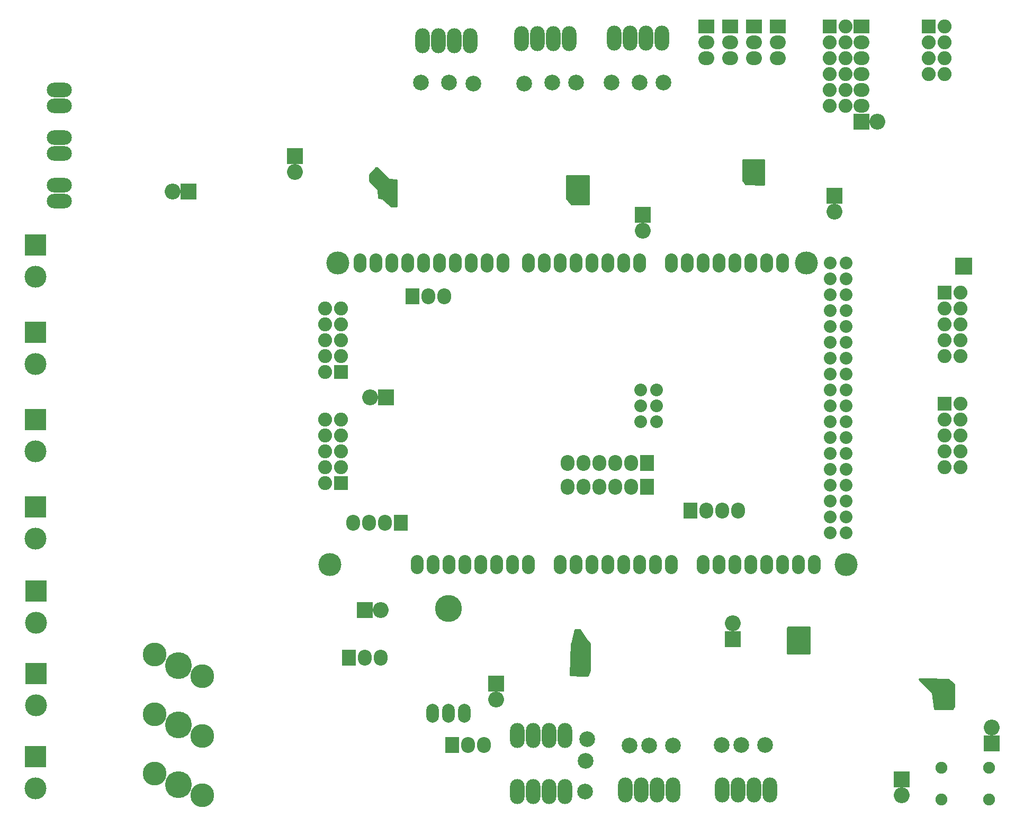
<source format=gbs>
G04 #@! TF.FileFunction,Soldermask,Bot*
%FSLAX46Y46*%
G04 Gerber Fmt 4.6, Leading zero omitted, Abs format (unit mm)*
G04 Created by KiCad (PCBNEW 4.0.1-stable) date Friday, April 08, 2016 'AMt' 02:22:46 AM*
%MOMM*%
G01*
G04 APERTURE LIST*
%ADD10C,0.020000*%
%ADD11C,3.810000*%
%ADD12C,4.292600*%
%ADD13R,2.235200X2.540000*%
%ADD14O,2.235200X2.540000*%
%ADD15R,2.540000X2.540000*%
%ADD16O,2.540000X2.540000*%
%ADD17R,2.235200X2.235200*%
%ADD18O,2.235200X2.235200*%
%ADD19R,2.743200X2.743200*%
%ADD20O,4.008120X2.308860*%
%ADD21O,2.308860X4.008120*%
%ADD22R,2.540000X2.235200*%
%ADD23O,2.540000X2.235200*%
%ADD24O,2.032000X3.048000*%
%ADD25C,3.683000*%
%ADD26C,2.032000*%
%ADD27C,1.905000*%
%ADD28O,2.009140X3.007360*%
%ADD29C,4.307840*%
%ADD30C,2.506980*%
%ADD31R,3.507740X3.507740*%
%ADD32C,3.507740*%
%ADD33C,0.254000*%
G04 APERTURE END LIST*
D10*
D11*
X86995000Y-128066800D03*
X94615000Y-131521200D03*
D12*
X90805000Y-129794000D03*
D11*
X86995000Y-137591800D03*
X94615000Y-141046200D03*
D12*
X90805000Y-139319000D03*
D11*
X86995000Y-147116800D03*
X94615000Y-150571200D03*
D12*
X90805000Y-148844000D03*
D13*
X128270000Y-70739000D03*
D14*
X130810000Y-70739000D03*
X133350000Y-70739000D03*
D13*
X134620000Y-142494000D03*
D14*
X137160000Y-142494000D03*
X139700000Y-142494000D03*
D13*
X118110000Y-128524000D03*
D14*
X120650000Y-128524000D03*
X123190000Y-128524000D03*
D15*
X120650000Y-120904000D03*
D16*
X123190000Y-120904000D03*
D15*
X200025000Y-42799000D03*
D16*
X202565000Y-42799000D03*
D15*
X165100000Y-57658000D03*
D16*
X165100000Y-60198000D03*
D15*
X206438000Y-148018000D03*
D16*
X206438000Y-150558000D03*
D17*
X116840000Y-82804000D03*
D18*
X114300000Y-82804000D03*
X116840000Y-80264000D03*
X114300000Y-80264000D03*
X116840000Y-77724000D03*
X114300000Y-77724000D03*
X116840000Y-75184000D03*
X114300000Y-75184000D03*
X116840000Y-72644000D03*
X114300000Y-72644000D03*
D19*
X216408000Y-65913000D03*
D20*
X71755000Y-37719000D03*
X71755000Y-40259000D03*
D21*
X153289000Y-29464000D03*
X150749000Y-29464000D03*
X148209000Y-29464000D03*
X145669000Y-29464000D03*
X168084000Y-29400500D03*
X165544000Y-29400500D03*
X163004000Y-29400500D03*
X160464000Y-29400500D03*
X137478000Y-29781500D03*
X134938000Y-29781500D03*
X132398000Y-29781500D03*
X129858000Y-29781500D03*
D13*
X165735000Y-97409000D03*
D14*
X163195000Y-97409000D03*
X160655000Y-97409000D03*
X158115000Y-97409000D03*
X155575000Y-97409000D03*
X153035000Y-97409000D03*
D13*
X165735000Y-101219000D03*
D14*
X163195000Y-101219000D03*
X160655000Y-101219000D03*
X158115000Y-101219000D03*
X155575000Y-101219000D03*
X153035000Y-101219000D03*
D13*
X172720000Y-105029000D03*
D14*
X175260000Y-105029000D03*
X177800000Y-105029000D03*
X180340000Y-105029000D03*
D13*
X126365000Y-106934000D03*
D14*
X123825000Y-106934000D03*
X121285000Y-106934000D03*
X118745000Y-106934000D03*
D17*
X213360000Y-70104000D03*
D18*
X215900000Y-70104000D03*
X213360000Y-72644000D03*
X215900000Y-72644000D03*
X213360000Y-75184000D03*
X215900000Y-75184000D03*
X213360000Y-77724000D03*
X215900000Y-77724000D03*
X213360000Y-80264000D03*
X215900000Y-80264000D03*
D17*
X213360000Y-87884000D03*
D18*
X215900000Y-87884000D03*
X213360000Y-90424000D03*
X215900000Y-90424000D03*
X213360000Y-92964000D03*
X215900000Y-92964000D03*
X213360000Y-95504000D03*
X215900000Y-95504000D03*
X213360000Y-98044000D03*
X215900000Y-98044000D03*
D22*
X200025000Y-27559000D03*
D23*
X200025000Y-30099000D03*
X200025000Y-32639000D03*
X200025000Y-35179000D03*
X200025000Y-37719000D03*
X200025000Y-40259000D03*
D17*
X194945000Y-27559000D03*
D18*
X197485000Y-27559000D03*
X194945000Y-30099000D03*
X197485000Y-30099000D03*
X194945000Y-32639000D03*
X197485000Y-32639000D03*
X194945000Y-35179000D03*
X197485000Y-35179000D03*
X194945000Y-37719000D03*
X197485000Y-37719000D03*
X194945000Y-40259000D03*
X197485000Y-40259000D03*
D20*
X71755000Y-52959000D03*
X71755000Y-55499000D03*
X71755000Y-45339000D03*
X71755000Y-47879000D03*
D17*
X210820000Y-27559000D03*
D18*
X213360000Y-27559000D03*
X210820000Y-30099000D03*
X213360000Y-30099000D03*
X210820000Y-32639000D03*
X213360000Y-32639000D03*
X210820000Y-35179000D03*
X213360000Y-35179000D03*
D21*
X162306000Y-149733000D03*
X164846000Y-149733000D03*
X167386000Y-149733000D03*
X169926000Y-149733000D03*
X145034000Y-140970000D03*
X147574000Y-140970000D03*
X150114000Y-140970000D03*
X152654000Y-140970000D03*
X177800000Y-149733000D03*
X180340000Y-149733000D03*
X182880000Y-149733000D03*
X185420000Y-149733000D03*
X145034000Y-149987000D03*
X147574000Y-149987000D03*
X150114000Y-149987000D03*
X152654000Y-149987000D03*
D17*
X116840000Y-100584000D03*
D18*
X114300000Y-100584000D03*
X116840000Y-98044000D03*
X114300000Y-98044000D03*
X116840000Y-95504000D03*
X114300000Y-95504000D03*
X116840000Y-92964000D03*
X114300000Y-92964000D03*
X116840000Y-90424000D03*
X114300000Y-90424000D03*
D15*
X195707000Y-54610000D03*
D16*
X195707000Y-57150000D03*
D15*
X109474000Y-48260000D03*
D16*
X109474000Y-50800000D03*
D15*
X179451000Y-125603000D03*
D16*
X179451000Y-123063000D03*
D15*
X141605000Y-132715000D03*
D16*
X141605000Y-135255000D03*
D15*
X220853000Y-142240000D03*
D16*
X220853000Y-139700000D03*
D24*
X169672000Y-65405000D03*
X172212000Y-65405000D03*
X174752000Y-65405000D03*
X177292000Y-65405000D03*
X179832000Y-65405000D03*
X182372000Y-65405000D03*
X184912000Y-65405000D03*
X187452000Y-65405000D03*
X192532000Y-113665000D03*
X189992000Y-113665000D03*
X187452000Y-113665000D03*
X184912000Y-113665000D03*
X174752000Y-113665000D03*
X169672000Y-113665000D03*
X167132000Y-113665000D03*
X177292000Y-113665000D03*
X179832000Y-113665000D03*
X182372000Y-113665000D03*
X164592000Y-113665000D03*
X162052000Y-113665000D03*
X159512000Y-113665000D03*
X151892000Y-113665000D03*
X154432000Y-113665000D03*
X156972000Y-113665000D03*
X146812000Y-113665000D03*
X144272000Y-113665000D03*
X141732000Y-113665000D03*
X136652000Y-113665000D03*
X134112000Y-113665000D03*
X164592000Y-65405000D03*
X162052000Y-65405000D03*
X159512000Y-65405000D03*
X156972000Y-65405000D03*
X154432000Y-65405000D03*
X151892000Y-65405000D03*
X149352000Y-65405000D03*
X146812000Y-65405000D03*
X142748000Y-65405000D03*
X140208000Y-65405000D03*
X137668000Y-65405000D03*
X135128000Y-65405000D03*
X132588000Y-65405000D03*
X130048000Y-65405000D03*
X127508000Y-65405000D03*
X124968000Y-65405000D03*
X139192000Y-113665000D03*
D25*
X197612000Y-113665000D03*
X116332000Y-65405000D03*
X115062000Y-113665000D03*
D26*
X195072000Y-67945000D03*
X197612000Y-67945000D03*
X195072000Y-70485000D03*
X197612000Y-70485000D03*
X195072000Y-73025000D03*
X197612000Y-73025000D03*
X195072000Y-75565000D03*
X197612000Y-75565000D03*
X195072000Y-65405000D03*
X197612000Y-65405000D03*
X197612000Y-78105000D03*
X195072000Y-78105000D03*
X195072000Y-80645000D03*
X197612000Y-80645000D03*
X195072000Y-83185000D03*
X197612000Y-83185000D03*
X195072000Y-85725000D03*
X197612000Y-85725000D03*
X195072000Y-88265000D03*
X197612000Y-88265000D03*
X195072000Y-90805000D03*
X197612000Y-90805000D03*
X195072000Y-93345000D03*
X197612000Y-93345000D03*
X195072000Y-95885000D03*
X197612000Y-95885000D03*
X195072000Y-98425000D03*
X197612000Y-98425000D03*
X195072000Y-100965000D03*
X197612000Y-100965000D03*
X195072000Y-103505000D03*
X197612000Y-103505000D03*
X195072000Y-106045000D03*
X197612000Y-106045000D03*
X195072000Y-108585000D03*
X197612000Y-108585000D03*
D24*
X122428000Y-65405000D03*
X119888000Y-65405000D03*
X131572000Y-113665000D03*
X129032000Y-113665000D03*
D25*
X191262000Y-65405000D03*
D26*
X164719000Y-90805000D03*
X164719000Y-88265000D03*
X164719000Y-85725000D03*
X167259000Y-90805000D03*
X167259000Y-88265000D03*
X167259000Y-85725000D03*
D27*
X220408000Y-146114000D03*
X220408000Y-151194000D03*
X212788000Y-146114000D03*
X212788000Y-151194000D03*
D28*
X133985000Y-137414000D03*
X131445000Y-137414000D03*
X136525000Y-137414000D03*
D29*
X133985000Y-120650000D03*
D30*
X146114000Y-36639500D03*
X160084000Y-36512500D03*
X129604000Y-36512500D03*
X169926000Y-142621000D03*
X155829000Y-149987000D03*
X184658000Y-142494000D03*
X150558000Y-36512500D03*
X154368000Y-36512500D03*
X164528000Y-36512500D03*
X168338000Y-36512500D03*
X134048000Y-36512500D03*
X137986000Y-36639500D03*
X180848000Y-142494000D03*
X177673000Y-142494000D03*
X166116000Y-142621000D03*
X162941000Y-142621000D03*
X156210000Y-141605000D03*
D31*
X67945000Y-144399000D03*
D32*
X67945000Y-149479000D03*
D31*
X68072000Y-117856000D03*
D32*
X68072000Y-122936000D03*
D31*
X68072000Y-131064000D03*
D32*
X68072000Y-136144000D03*
D31*
X67945000Y-104394000D03*
D32*
X67945000Y-109474000D03*
D31*
X67945000Y-76454000D03*
D32*
X67945000Y-81534000D03*
D31*
X67945000Y-62484000D03*
D32*
X67945000Y-67564000D03*
D31*
X67945000Y-90424000D03*
D32*
X67945000Y-95504000D03*
D30*
X155956000Y-145034000D03*
D15*
X92392500Y-53911500D03*
D16*
X89852500Y-53911500D03*
D15*
X124015500Y-86868000D03*
D16*
X121475500Y-86868000D03*
D22*
X175260000Y-27559000D03*
D23*
X175260000Y-30099000D03*
X175260000Y-32639000D03*
D22*
X179070000Y-27559000D03*
D23*
X179070000Y-30099000D03*
X179070000Y-32639000D03*
D22*
X182880000Y-27559000D03*
D23*
X182880000Y-30099000D03*
X182880000Y-32639000D03*
D22*
X186690000Y-27559000D03*
D23*
X186690000Y-30099000D03*
X186690000Y-32639000D03*
D33*
G36*
X156464000Y-56007000D02*
X153666948Y-56007000D01*
X152908000Y-55072911D01*
X152908000Y-51435000D01*
X156464000Y-51435000D01*
X156464000Y-56007000D01*
X156464000Y-56007000D01*
G37*
X156464000Y-56007000D02*
X153666948Y-56007000D01*
X152908000Y-55072911D01*
X152908000Y-51435000D01*
X156464000Y-51435000D01*
X156464000Y-56007000D01*
G36*
X122655697Y-50191303D02*
X124433697Y-51969303D01*
X124475711Y-51997166D01*
X124517459Y-52006356D01*
X125730000Y-52064096D01*
X125730000Y-56324500D01*
X124890098Y-56324500D01*
X123529429Y-55087528D01*
X123466718Y-55056549D01*
X122863235Y-54946825D01*
X122744978Y-53646002D01*
X122730540Y-53597701D01*
X122708303Y-53567697D01*
X121351630Y-52211024D01*
X121409067Y-51234598D01*
X122419243Y-50165000D01*
X122637991Y-50165000D01*
X122655697Y-50191303D01*
X122655697Y-50191303D01*
G37*
X122655697Y-50191303D02*
X124433697Y-51969303D01*
X124475711Y-51997166D01*
X124517459Y-52006356D01*
X125730000Y-52064096D01*
X125730000Y-56324500D01*
X124890098Y-56324500D01*
X123529429Y-55087528D01*
X123466718Y-55056549D01*
X122863235Y-54946825D01*
X122744978Y-53646002D01*
X122730540Y-53597701D01*
X122708303Y-53567697D01*
X121351630Y-52211024D01*
X121409067Y-51234598D01*
X122419243Y-50165000D01*
X122637991Y-50165000D01*
X122655697Y-50191303D01*
G36*
X184467500Y-52829434D02*
X181485107Y-52769786D01*
X181039267Y-52156756D01*
X181099670Y-48895000D01*
X184467500Y-48895000D01*
X184467500Y-52829434D01*
X184467500Y-52829434D01*
G37*
X184467500Y-52829434D02*
X181485107Y-52769786D01*
X181039267Y-52156756D01*
X181099670Y-48895000D01*
X184467500Y-48895000D01*
X184467500Y-52829434D01*
G36*
X210314708Y-131934702D02*
X210332627Y-131945545D01*
X210373272Y-131952980D01*
X213946668Y-132015671D01*
X214821514Y-132773871D01*
X214883256Y-136293159D01*
X214566500Y-136715500D01*
X211694453Y-136715500D01*
X211390566Y-134223626D01*
X211374652Y-134175791D01*
X211355594Y-134150508D01*
X209259406Y-131992668D01*
X209309334Y-131892812D01*
X210314708Y-131934702D01*
X210314708Y-131934702D01*
G37*
X210314708Y-131934702D02*
X210332627Y-131945545D01*
X210373272Y-131952980D01*
X213946668Y-132015671D01*
X214821514Y-132773871D01*
X214883256Y-136293159D01*
X214566500Y-136715500D01*
X211694453Y-136715500D01*
X211390566Y-134223626D01*
X211374652Y-134175791D01*
X211355594Y-134150508D01*
X209259406Y-131992668D01*
X209309334Y-131892812D01*
X210314708Y-131934702D01*
G36*
X191708277Y-127889000D02*
X188165490Y-127889000D01*
X188150500Y-127859020D01*
X188150500Y-123918480D01*
X188292490Y-123634500D01*
X191768199Y-123634500D01*
X191708277Y-127889000D01*
X191708277Y-127889000D01*
G37*
X191708277Y-127889000D02*
X188165490Y-127889000D01*
X188150500Y-127859020D01*
X188150500Y-123918480D01*
X188292490Y-123634500D01*
X191768199Y-123634500D01*
X191708277Y-127889000D01*
G36*
X156168411Y-125801311D02*
X156177923Y-125813630D01*
X156591000Y-126285718D01*
X156591000Y-130593433D01*
X156250918Y-131386957D01*
X155384236Y-131444735D01*
X153483832Y-131325960D01*
X153663818Y-126286369D01*
X153698749Y-126261787D01*
X153729499Y-126206128D01*
X154276475Y-124079000D01*
X154999700Y-124079000D01*
X156168411Y-125801311D01*
X156168411Y-125801311D01*
G37*
X156168411Y-125801311D02*
X156177923Y-125813630D01*
X156591000Y-126285718D01*
X156591000Y-130593433D01*
X156250918Y-131386957D01*
X155384236Y-131444735D01*
X153483832Y-131325960D01*
X153663818Y-126286369D01*
X153698749Y-126261787D01*
X153729499Y-126206128D01*
X154276475Y-124079000D01*
X154999700Y-124079000D01*
X156168411Y-125801311D01*
M02*

</source>
